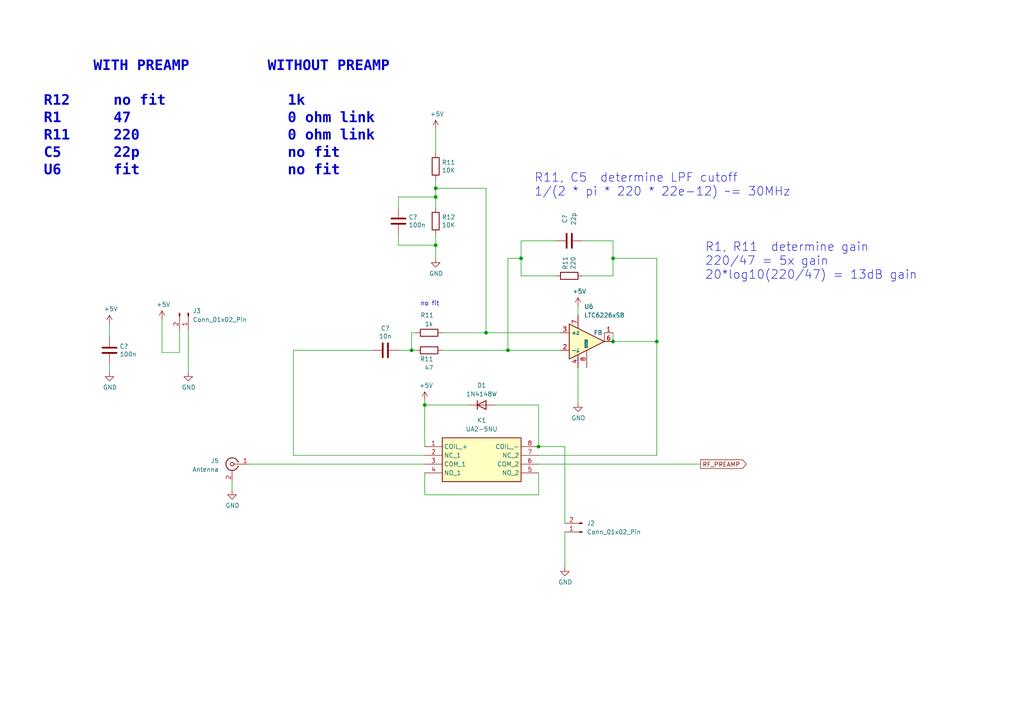
<source format=kicad_sch>
(kicad_sch (version 20231120) (generator "eeschema") (generator_version "8.0")
  (paper "A4")
  (lib_symbols
    (symbol "Amplifier_Operational:LTC6228xS8"
      (property "Reference" "U" (at 0 8.89 0))
      (property "Value" "LTC6228xS8" (at 0 6.35 0))
      (symbol "LTC6228xS8_0_1"
        (polyline (pts (xy 5.08 0) (xy 5.08 2.54)) (stroke (width 0.1524)))
      )
      (symbol "LTC6228xS8_1_1"
        (polyline (pts (xy 5.08 0) (xy -5.08 5.08) (xy -5.08 -5.08) (xy 5.08 0)) (stroke (width 0.254)) (fill (type background)))
        (pin output line (at 7.62 2.54 180) (length 2.54) (name "FB") (number "1"))
        (pin input line (at -7.62 -2.54 0) (length 2.54) (name "-") (number "2"))
        (pin input line (at -7.62 2.54 0) (length 2.54) (name "+") (number "3"))
        (pin power_in line (at -2.54 -7.62 90) (length 3.81) (name "V-") (number "4"))
        (pin passive line (at -2.54 -7.62 90) (length 3.81) hide (name "V-") (number "5"))
        (pin output line (at 7.62 0 180) (length 2.54) (name "~") (number "6"))
        (pin power_in line (at -2.54 7.62 270) (length 3.81) (name "V+") (number "7"))
        (pin input line (at 0 -7.62 90) (length 5.08) (name "~{SHDN}") (number "8"))
      )
    )
    (symbol "Connector:Conn_01x02_Pin" (pin_names (offset 1.016) hide)
      (property "Reference" "J" (at 0 2.54 0))
      (property "Value" "Conn_01x02_Pin" (at 0 -5.08 0))
      (symbol "Conn_01x02_Pin_1_1"
        (polyline (pts (xy 1.27 -2.54) (xy 0.8636 -2.54)) (stroke (width 0.1524)))
        (polyline (pts (xy 1.27 0) (xy 0.8636 0)) (stroke (width 0.1524)))
        (rectangle (start 0.8636 -2.413) (end 0 -2.667) (stroke (width 0.1524)) (fill (type outline)))
        (rectangle (start 0.8636 0.127) (end 0 -0.127) (stroke (width 0.1524)) (fill (type outline)))
        (pin passive line (at 5.08 0 180) (length 3.81) (name "Pin_1") (number "1"))
        (pin passive line (at 5.08 -2.54 180) (length 3.81) (name "Pin_2") (number "2"))
      )
    )
    (symbol "Connector:Conn_Coaxial" (pin_names (offset 1.016) hide)
      (property "Reference" "J" (at 0.254 3.048 0))
      (property "Value" "Conn_Coaxial" (at 2.921 0 90))
      (symbol "Conn_Coaxial_0_1"
        (arc (start -1.778 -0.508) (mid 0.2311 -1.8066) (end 1.778 0) (stroke (width 0.254)))
        (polyline (pts (xy -2.54 0) (xy -0.508 0)))
        (polyline (pts (xy 0 -2.54) (xy 0 -1.778)))
        (circle (center 0 0) (radius 0.508) (stroke (width 0.2032)))
        (arc (start 1.778 0) (mid 0.2099 1.8101) (end -1.778 0.508) (stroke (width 0.254)))
      )
      (symbol "Conn_Coaxial_1_1"
        (pin passive line (at -5.08 0 0) (length 2.54) (name "In") (number "1"))
        (pin passive line (at 0 -5.08 90) (length 2.54) (name "Ext") (number "2"))
      )
    )
    (symbol "Device:C" (pin_numbers hide) (pin_names (offset 0.254))
      (property "Reference" "C" (at 0.635 2.54 0))
      (property "Value" "C" (at 0.635 -2.54 0))
      (symbol "C_0_1"
        (polyline (pts (xy -2.032 -0.762) (xy 2.032 -0.762)) (stroke (width 0.508)))
        (polyline (pts (xy -2.032 0.762) (xy 2.032 0.762)) (stroke (width 0.508)))
      )
      (symbol "C_1_1"
        (pin passive line (at 0 3.81 270) (length 2.794) (name "~") (number "1"))
        (pin passive line (at 0 -3.81 90) (length 2.794) (name "~") (number "2"))
      )
    )
    (symbol "Device:R" (pin_numbers hide) (pin_names (offset 0))
      (property "Reference" "R" (at 2.032 0 90))
      (property "Value" "R" (at 0 0 90))
      (symbol "R_0_1"
        (rectangle (start -1.016 -2.54) (end 1.016 2.54) (stroke (width 0.254)))
      )
      (symbol "R_1_1"
        (pin passive line (at 0 3.81 270) (length 1.27) (name "~") (number "1"))
        (pin passive line (at 0 -3.81 90) (length 1.27) (name "~") (number "2"))
      )
    )
    (symbol "Diode:1N4148W" (pin_numbers hide) (pin_names hide)
      (property "Reference" "D" (at 0 2.54 0))
      (property "Value" "1N4148W" (at 0 -2.54 0))
      (symbol "1N4148W_0_1"
        (polyline (pts (xy -1.27 1.27) (xy -1.27 -1.27)) (stroke (width 0.254)))
        (polyline (pts (xy 1.27 0) (xy -1.27 0)))
        (polyline (pts (xy 1.27 1.27) (xy 1.27 -1.27) (xy -1.27 0) (xy 1.27 1.27)) (stroke (width 0.254)))
      )
      (symbol "1N4148W_1_1"
        (pin passive line (at -3.81 0 0) (length 2.54) (name "K") (number "1"))
        (pin passive line (at 3.81 0 180) (length 2.54) (name "A") (number "2"))
      )
    )
    (symbol "UA2-5NU:UA2-5NU"
      (property "Reference" "K" (at 29.21 7.62 0))
      (property "Value" "UA2-5NU" (at 29.21 5.08 0))
      (symbol "UA2-5NU_1_1"
        (rectangle (start 5.08 2.54) (end 27.94 -10.16) (stroke (width 0.254)) (fill (type background)))
        (pin passive line (at 0 0 0) (length 5.08) (name "COIL_+") (number "1"))
        (pin passive line (at 0 -2.54 0) (length 5.08) (name "NC_1") (number "2"))
        (pin passive line (at 0 -5.08 0) (length 5.08) (name "COM_1") (number "3"))
        (pin passive line (at 0 -7.62 0) (length 5.08) (name "NO_1") (number "4"))
        (pin passive line (at 33.02 -7.62 180) (length 5.08) (name "NO_2") (number "5"))
        (pin passive line (at 33.02 -5.08 180) (length 5.08) (name "COM_2") (number "6"))
        (pin passive line (at 33.02 -2.54 180) (length 5.08) (name "NC_2") (number "7"))
        (pin passive line (at 33.02 0 180) (length 5.08) (name "COIL_-") (number "8"))
      )
    )
    (symbol "power:+5V" (power) (pin_names (offset 0))
      (property "Value" "+5V" (at 0 3.556 0))
      (symbol "+5V_0_1"
        (polyline (pts (xy -0.762 1.27) (xy 0 2.54)))
        (polyline (pts (xy 0 0) (xy 0 2.54)))
        (polyline (pts (xy 0 2.54) (xy 0.762 1.27)))
      )
      (symbol "+5V_1_1"
        (pin power_in line (at 0 0 90) (length 0) hide (name "+5V") (number "1"))
      )
    )
    (symbol "power:GND" (power) (pin_names (offset 0))
      (property "Value" "GND" (at 0 -3.81 0))
      (symbol "GND_0_1"
        (polyline (pts (xy 0 0) (xy 0 -1.27) (xy 1.27 -1.27) (xy 0 -2.54) (xy -1.27 -1.27) (xy 0 -1.27)))
      )
      (symbol "GND_1_1"
        (pin power_in line (at 0 0 270) (length 0) hide (name "GND") (number "1"))
      )
    )
  )
  (junction (at 177.8 74.93))
  (junction (at 151.13 74.93))
  (junction (at 119.38 101.6))
  (junction (at 147.32 101.6))
  (junction (at 140.97 96.52))
  (junction (at 190.5 99.06))
  (junction (at 156.21 129.54))
  (junction (at 126.365 57.15))
  (junction (at 123.19 117.475))
  (junction (at 126.365 54.61))
  (junction (at 177.8 99.06))
  (junction (at 126.365 71.12))
  (wire (pts (xy 119.38 101.6) (xy 120.65 101.6)))
  (wire (pts (xy 126.365 37.465) (xy 126.365 44.45)))
  (wire (pts (xy 46.99 102.235) (xy 52.07 102.235)))
  (wire (pts (xy 190.5 132.08) (xy 190.5 99.06)))
  (wire (pts (xy 168.91 80.01) (xy 177.8 80.01)))
  (wire (pts (xy 123.19 116.205) (xy 123.19 117.475)))
  (wire (pts (xy 123.19 137.16) (xy 123.19 143.51)))
  (wire (pts (xy 177.8 74.93) (xy 177.8 80.01)))
  (wire (pts (xy 177.8 96.52) (xy 177.8 99.06)))
  (wire (pts (xy 151.13 69.85) (xy 151.13 74.93)))
  (wire (pts (xy 126.365 71.12) (xy 126.365 74.93)))
  (wire (pts (xy 85.09 132.08) (xy 123.19 132.08)))
  (wire (pts (xy 190.5 99.06) (xy 190.5 74.93)))
  (wire (pts (xy 161.29 80.01) (xy 151.13 80.01)))
  (wire (pts (xy 115.57 57.15) (xy 115.57 60.325)))
  (wire (pts (xy 163.83 154.305) (xy 163.83 164.465)))
  (wire (pts (xy 54.61 95.885) (xy 54.61 107.95)))
  (wire (pts (xy 123.19 143.51) (xy 156.21 143.51)))
  (wire (pts (xy 85.09 101.6) (xy 85.09 132.08)))
  (wire (pts (xy 126.365 57.15) (xy 126.365 60.325)))
  (wire (pts (xy 126.365 52.07) (xy 126.365 54.61)))
  (wire (pts (xy 147.32 101.6) (xy 162.56 101.6)))
  (wire (pts (xy 119.38 96.52) (xy 119.38 101.6)))
  (wire (pts (xy 151.13 74.93) (xy 151.13 80.01)))
  (wire (pts (xy 115.57 71.12) (xy 126.365 71.12)))
  (wire (pts (xy 167.64 106.68) (xy 167.64 116.84)))
  (wire (pts (xy 190.5 74.93) (xy 177.8 74.93)))
  (wire (pts (xy 168.91 69.85) (xy 177.8 69.85)))
  (wire (pts (xy 67.31 139.7) (xy 67.31 142.24)))
  (wire (pts (xy 85.09 101.6) (xy 107.95 101.6)))
  (wire (pts (xy 156.21 132.08) (xy 190.5 132.08)))
  (wire (pts (xy 31.75 105.41) (xy 31.75 107.95)))
  (wire (pts (xy 156.21 129.54) (xy 163.83 129.54)))
  (wire (pts (xy 177.8 99.06) (xy 190.5 99.06)))
  (wire (pts (xy 163.83 129.54) (xy 163.83 151.765)))
  (wire (pts (xy 147.32 101.6) (xy 147.32 74.93)))
  (wire (pts (xy 126.365 54.61) (xy 140.97 54.61)))
  (wire (pts (xy 31.75 93.98) (xy 31.75 97.79)))
  (wire (pts (xy 123.19 117.475) (xy 123.19 129.54)))
  (wire (pts (xy 156.21 143.51) (xy 156.21 137.16)))
  (wire (pts (xy 140.97 96.52) (xy 162.56 96.52)))
  (wire (pts (xy 156.21 134.62) (xy 203.2 134.62)))
  (wire (pts (xy 72.39 134.62) (xy 123.19 134.62)))
  (wire (pts (xy 177.8 69.85) (xy 177.8 74.93)))
  (wire (pts (xy 156.21 117.475) (xy 156.21 129.54)))
  (wire (pts (xy 115.57 67.945) (xy 115.57 71.12)))
  (wire (pts (xy 120.65 96.52) (xy 119.38 96.52)))
  (wire (pts (xy 115.57 57.15) (xy 126.365 57.15)))
  (wire (pts (xy 126.365 67.945) (xy 126.365 71.12)))
  (wire (pts (xy 147.32 74.93) (xy 151.13 74.93)))
  (wire (pts (xy 52.07 102.235) (xy 52.07 95.885)))
  (wire (pts (xy 161.29 69.85) (xy 151.13 69.85)))
  (wire (pts (xy 140.97 54.61) (xy 140.97 96.52)))
  (wire (pts (xy 128.27 101.6) (xy 147.32 101.6)))
  (wire (pts (xy 123.19 117.475) (xy 135.89 117.475)))
  (wire (pts (xy 143.51 117.475) (xy 156.21 117.475)))
  (wire (pts (xy 115.57 101.6) (xy 119.38 101.6)))
  (wire (pts (xy 167.64 88.9) (xy 167.64 91.44)))
  (wire (pts (xy 126.365 54.61) (xy 126.365 57.15)))
  (wire (pts (xy 46.99 92.71) (xy 46.99 102.235)))
  (wire (pts (xy 128.27 96.52) (xy 140.97 96.52)))
  (text "no fit" (at 121.92 88.9 0) (effects (font (size 1.27 1.27)) (justify left bottom)))
  (text "R11, C5  determine LPF cutoff\n1/(2 * pi * 220 * 22e-12) ~= 30MHz" (at 154.94 57.15 0) (effects (font (size 2.5 2.5)) (justify left bottom)))
  (text "		WITH PREAMP         WITHOUT PREAMP\n\nR12     no fit              1k\nR1      47                  0 ohm link\nR11     220                 0 ohm link\nC5      22p                 no fit               \nU6      fit                 no fit" (at 12.7 52.07 0) (effects (font (size 3 3) (thickness 0.254) (bold yes)) (justify left bottom)))
  (text "R1, R11  determine gain\n220/47 = 5x gain\n20*log10(220/47) = 13dB gain" (at 204.47 81.28 0) (effects (font (size 2.5 2.5)) (justify left bottom)))
  (global_label "RF_PREAMP" (shape output) (at 203.2 134.62 0) (property "Intersheetrefs" "${INTERSHEET_REFS}" (effects (hide yes))))
  (symbol (lib_id "Device:C") (at 165.1 69.85 90) (unit 1)
    (property "Reference" "C?" (at 163.83 63.4746 0))
    (property "Value" "22p" (at 166.37 63.5 0))
    (property "Footprint" "Capacitor_SMD:C_0805_2012Metric" (effects (hide yes)))
    (instances (project "RADIO" (path "" (reference "C?") (unit 1))) (project "SDR_PreAmp_Filter_v1.1" (path "" (reference "C5") (unit 1))))
  )
  (symbol (lib_id "Connector:Conn_01x02_Pin") (at 168.91 154.305 180) (unit 1)
    (property "Reference" "J2" (at 170.18 151.7649 0) (effects (justify right)))
    (property "Value" "Conn_01x02_Pin" (at 170.18 154.3049 0) (effects (justify right)))
    (property "Footprint" "Connector_PinHeader_2.54mm:PinHeader_1x02_P2.54mm_Vertical" (effects (hide yes)))
    (property "Description" "Generic connector, single row, 01x02, script generated" (effects (hide yes)))
  )
  (symbol (lib_id "power:GND") (at 126.365 74.93 0) (unit 1)
    (property "Reference" "#PWR036" (effects (hide yes)))
    (property "Value" "GND" (at 126.492 79.3242 0))
    (instances (project "RADIO" (path "" (reference "#PWR036") (unit 1))) (project "SDR_PreAmp_Filter_v1.1" (path "" (reference "#PWR033") (unit 1))))
  )
  (symbol (lib_id "UA2-5NU:UA2-5NU") (at 123.19 129.54 0) (unit 1)
    (property "Reference" "K1" (at 139.7 121.92 0))
    (property "Value" "UA2-5NU" (at 139.7 124.46 0))
    (property "Footprint" "UA245NJ" (effects (hide yes)))
    (property "Datasheet" "https://content.kemet.com/datasheets/KEM_R7004_UA2_UB2.pdf" (effects (hide yes)))
    (property "Description" "KEMET, UA2, Relays, Signal, 5 V, 220 V, 250 VAC, 1 A, 100 mOhms, 1 GOhms, 10.6mm, 5.7mm, 8mm" (effects (hide yes)))
    (property "Height" "8" (effects (hide yes)))
    (property "Manufacturer_Name" "KEMET" (effects (hide yes)))
    (property "Manufacturer_Part_Number" "UA2-5NU" (effects (hide yes)))
    (property "Mouser Part Number" "80-UA2-5NU" (effects (hide yes)))
    (property "Mouser Price/Stock" "https://www.mouser.co.uk/ProductDetail/KEMET/UA2-5NU?qs=Mg2Do3ryY8thjS4jUuWNRA%3D%3D" (effects (hide yes)))
    (property "Arrow Part Number" "UA2-5NU" (effects (hide yes)))
    (property "Arrow Price/Stock" "https://www.arrow.com/en/products/ua2-5nu/kemet-corporation?utm_currency=USD&region=nac" (effects (hide yes)))
  )
  (symbol (lib_id "Amplifier_Operational:LTC6228xS8") (at 170.18 99.06 0) (unit 1)
    (property "Reference" "U6" (at 169.3975 88.9 0) (effects (justify left)))
    (property "Value" "LTC6226xS8" (at 169.3975 91.44 0) (effects (justify left)))
    (property "Footprint" "Package_SO:SO-8_3.9x4.9mm_P1.27mm" (effects (hide yes)))
    (property "Datasheet" "https://www.analog.com/media/en/technical-documentation/data-sheets/LTC6228-6229.pdf" (effects (hide yes)))
  )
  (symbol (lib_id "power:+5V") (at 123.19 116.205 0) (unit 1)
    (property "Reference" "#PWR019" (effects (hide yes)))
    (property "Value" "+5V" (at 123.571 111.8108 0))
  )
  (symbol (lib_id "power:+5V") (at 46.99 92.71 0) (unit 1)
    (property "Reference" "#PWR022" (effects (hide yes)))
    (property "Value" "+5V" (at 47.371 88.3158 0))
  )
  (symbol (lib_id "Device:R") (at 124.46 96.52 270) (unit 1)
    (property "Reference" "R11" (at 121.92 91.44 90) (effects (justify left)))
    (property "Value" "1k" (at 123.19 93.98 90) (effects (justify left)))
    (property "Footprint" "Resistor_SMD:R_0805_2012Metric" (effects (hide yes)))
    (instances (project "RADIO" (path "" (reference "R11") (unit 1))) (project "SDR_PreAmp_Filter_v1.1" (path "" (reference "R12") (unit 1))))
  )
  (symbol (lib_id "power:GND") (at 67.31 142.24 0) (unit 1)
    (property "Reference" "#PWR?" (effects (hide yes)))
    (property "Value" "GND" (at 67.437 146.6342 0))
    (instances (project "RADIO" (path "" (reference "#PWR?") (unit 1))) (project "SDR_PreAmp_Filter_v1.1" (path "" (reference "#PWR08") (unit 1))))
  )
  (symbol (lib_id "power:GND") (at 163.83 164.465 0) (unit 1)
    (property "Reference" "#PWR018" (effects (hide yes)))
    (property "Value" "GND" (at 163.957 168.8592 0))
  )
  (symbol (lib_id "power:+5V") (at 167.64 88.9 0) (unit 1)
    (property "Reference" "#PWR?" (effects (hide yes)))
    (property "Value" "+5V" (at 168.021 84.5058 0))
    (instances (project "RADIO" (path "" (reference "#PWR?") (unit 1))) (project "SDR_PreAmp_Filter_v1.1" (path "" (reference "#PWR040") (unit 1))))
  )
  (symbol (lib_id "power:GND") (at 31.75 107.95 0) (unit 1)
    (property "Reference" "#PWR?" (effects (hide yes)))
    (property "Value" "GND" (at 31.877 112.3442 0))
    (instances (project "RADIO" (path "" (reference "#PWR?") (unit 1))) (project "SDR_PreAmp_Filter_v1.1" (path "" (reference "#PWR043") (unit 1))))
  )
  (symbol (lib_id "Device:R") (at 126.365 48.26 0) (unit 1)
    (property "Reference" "R11" (at 128.143 47.117 0) (effects (justify left)))
    (property "Value" "10K" (at 128.143 49.403 0) (effects (justify left)))
    (property "Footprint" "Resistor_SMD:R_0805_2012Metric" (effects (hide yes)))
    (instances (project "RADIO" (path "" (reference "R11") (unit 1))) (project "SDR_PreAmp_Filter_v1.1" (path "" (reference "R2") (unit 1))))
  )
  (symbol (lib_id "Device:C") (at 31.75 101.6 0) (unit 1)
    (property "Reference" "C?" (at 34.671 100.457 0) (effects (justify left)))
    (property "Value" "100n" (at 34.671 102.743 0) (effects (justify left)))
    (property "Footprint" "Capacitor_SMD:C_0805_2012Metric" (effects (hide yes)))
    (instances (project "RADIO" (path "" (reference "C?") (unit 1))) (project "SDR_PreAmp_Filter_v1.1" (path "" (reference "C10") (unit 1))))
  )
  (symbol (lib_id "Device:R") (at 126.365 64.135 0) (unit 1)
    (property "Reference" "R12" (at 128.143 62.992 0) (effects (justify left)))
    (property "Value" "10K" (at 128.143 65.278 0) (effects (justify left)))
    (property "Footprint" "Resistor_SMD:R_0805_2012Metric" (effects (hide yes)))
    (instances (project "RADIO" (path "" (reference "R12") (unit 1))) (project "SDR_PreAmp_Filter_v1.1" (path "" (reference "R10") (unit 1))))
  )
  (symbol (lib_id "Device:C") (at 115.57 64.135 0) (unit 1)
    (property "Reference" "C?" (at 118.491 62.992 0) (effects (justify left)))
    (property "Value" "100n" (at 118.491 65.278 0) (effects (justify left)))
    (property "Footprint" "Capacitor_SMD:C_0805_2012Metric" (effects (hide yes)))
    (instances (project "RADIO" (path "" (reference "C?") (unit 1))) (project "SDR_PreAmp_Filter_v1.1" (path "" (reference "C17") (unit 1))))
  )
  (symbol (lib_id "power:+5V") (at 31.75 93.98 0) (unit 1)
    (property "Reference" "#PWR?" (effects (hide yes)))
    (property "Value" "+5V" (at 32.131 89.5858 0))
    (instances (project "RADIO" (path "" (reference "#PWR?") (unit 1))) (project "SDR_PreAmp_Filter_v1.1" (path "" (reference "#PWR035") (unit 1))))
  )
  (symbol (lib_id "Device:C") (at 111.76 101.6 270) (mirror x) (unit 1)
    (property "Reference" "C?" (at 111.76 95.2246 90))
    (property "Value" "10n" (at 111.76 97.536 90))
    (property "Footprint" "Capacitor_SMD:C_0805_2012Metric" (effects (hide yes)))
    (instances (project "RADIO" (path "" (reference "C?") (unit 1))) (project "SDR_PreAmp_Filter_v1.1" (path "" (reference "C1") (unit 1))))
  )
  (symbol (lib_id "Device:R") (at 165.1 80.01 90) (unit 1)
    (property "Reference" "R11" (at 163.957 78.232 0) (effects (justify left)))
    (property "Value" "220" (at 166.243 78.232 0) (effects (justify left)))
    (property "Footprint" "Resistor_SMD:R_0805_2012Metric" (effects (hide yes)))
  )
  (symbol (lib_id "power:+5V") (at 126.365 37.465 0) (unit 1)
    (property "Reference" "#PWR?" (effects (hide yes)))
    (property "Value" "+5V" (at 126.746 33.0708 0))
    (instances (project "RADIO" (path "" (reference "#PWR?") (unit 1))) (project "SDR_PreAmp_Filter_v1.1" (path "" (reference "#PWR07") (unit 1))))
  )
  (symbol (lib_id "Device:R") (at 124.46 101.6 90) (unit 1)
    (property "Reference" "R11" (at 125.73 104.14 90) (effects (justify left)))
    (property "Value" "47" (at 125.73 106.68 90) (effects (justify left)))
    (property "Footprint" "Resistor_SMD:R_0805_2012Metric" (effects (hide yes)))
    (instances (project "RADIO" (path "" (reference "R11") (unit 1))) (project "SDR_PreAmp_Filter_v1.1" (path "" (reference "R1") (unit 1))))
  )
  (symbol (lib_id "power:GND") (at 167.64 116.84 0) (unit 1)
    (property "Reference" "#PWR036" (effects (hide yes)))
    (property "Value" "GND" (at 167.767 121.2342 0))
    (instances (project "RADIO" (path "" (reference "#PWR036") (unit 1))) (project "SDR_PreAmp_Filter_v1.1" (path "" (reference "#PWR034") (unit 1))))
  )
  (symbol (lib_id "Connector:Conn_01x02_Pin") (at 54.61 90.805 270) (unit 1)
    (property "Reference" "J3" (at 55.88 90.1699 90) (effects (justify left)))
    (property "Value" "Conn_01x02_Pin" (at 55.88 92.7099 90) (effects (justify left)))
    (property "Footprint" "Connector_PinHeader_2.54mm:PinHeader_1x02_P2.54mm_Vertical" (effects (hide yes)))
    (property "Description" "Generic connector, single row, 01x02, script generated" (effects (hide yes)))
  )
  (symbol (lib_id "power:GND") (at 54.61 107.95 0) (unit 1)
    (property "Reference" "#PWR020" (effects (hide yes)))
    (property "Value" "GND" (at 54.737 112.3442 0))
  )
  (symbol (lib_id "Connector:Conn_Coaxial") (at 67.31 134.62 0) (mirror y) (unit 1)
    (property "Reference" "J5" (at 63.5 133.6432 0) (effects (justify left)))
    (property "Value" "Antenna" (at 63.5 136.1832 0) (effects (justify left)))
    (property "Footprint" "Connector_Coaxial:SMA_Samtec_SMA-J-P-X-ST-EM1_EdgeMount" (effects (hide yes)))
  )
  (symbol (lib_id "Diode:1N4148W") (at 139.7 117.475 0) (unit 1)
    (property "Reference" "D1" (at 139.7 111.76 0))
    (property "Value" "1N4148W" (at 139.7 114.3 0))
    (property "Footprint" "Diode_SMD:D_0805_2012Metric_Pad1.15x1.40mm_HandSolder" (effects (hide yes)))
    (property "Datasheet" "https://www.vishay.com/docs/85748/1n4148w.pdf" (effects (hide yes)))
    (property "Description" "75V 0.15A Fast Switching Diode, SOD-123" (effects (hide yes)))
    (property "Sim.Device" "D" (effects (hide yes)))
    (property "Sim.Pins" "1=K 2=A" (effects (hide yes)))
  )
)
</source>
